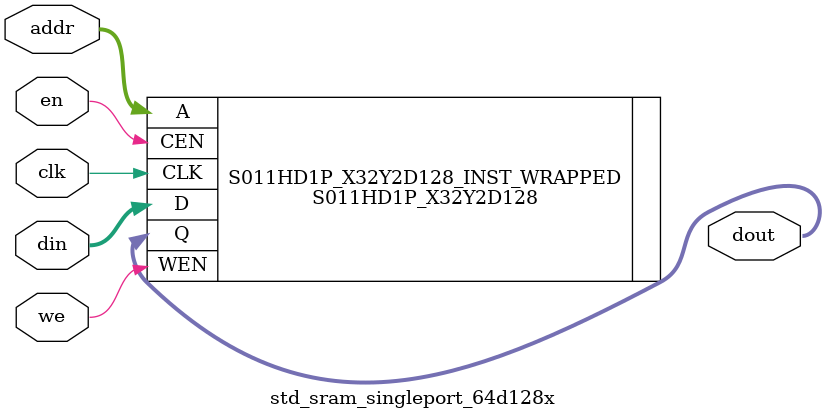
<source format=v>

module std_sram_singleport_64d128x (
    //
    input   wire                clk,

    //
    input   wire[5:0]           addr,
    input   wire                en,
    input   wire                we,

    input   wire[127:0]         din,
    output  wire[127:0]         dout
);

    S011HD1P_X32Y2D128 S011HD1P_X32Y2D128_INST_WRAPPED (
        .CLK(clk),
        .CEN(en),
        .WEN(we),
        .A(addr),
        .D(din),
        .Q(dout)
    );

endmodule

</source>
